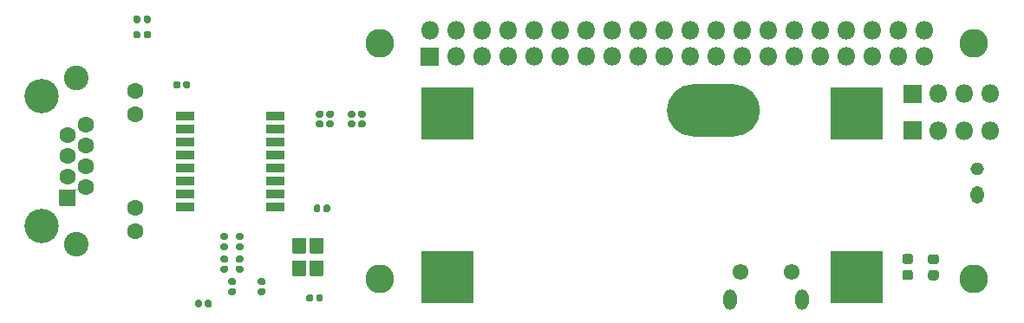
<source format=gts>
G04 #@! TF.GenerationSoftware,KiCad,Pcbnew,(5.1.10)-1*
G04 #@! TF.CreationDate,2021-09-04T12:41:49+02:00*
G04 #@! TF.ProjectId,POE_hat_and_USB,504f455f-6861-4745-9f61-6e645f555342,1.0*
G04 #@! TF.SameCoordinates,Original*
G04 #@! TF.FileFunction,Soldermask,Top*
G04 #@! TF.FilePolarity,Negative*
%FSLAX46Y46*%
G04 Gerber Fmt 4.6, Leading zero omitted, Abs format (unit mm)*
G04 Created by KiCad (PCBNEW (5.1.10)-1) date 2021-09-04 12:41:49*
%MOMM*%
%LPD*%
G01*
G04 APERTURE LIST*
%ADD10O,1.802000X1.802000*%
%ADD11C,2.802000*%
%ADD12O,1.302000X1.702000*%
%ADD13O,1.302000X1.302000*%
%ADD14C,1.602000*%
%ADD15C,3.352000*%
%ADD16C,2.402000*%
%ADD17O,1.302000X2.002000*%
%ADD18C,1.552000*%
%ADD19C,0.100000*%
G04 APERTURE END LIST*
G36*
G01*
X165100000Y-98849000D02*
X170100000Y-98849000D01*
G75*
G02*
X170151000Y-98900000I0J-51000D01*
G01*
X170151000Y-103900000D01*
G75*
G02*
X170100000Y-103951000I-51000J0D01*
G01*
X165100000Y-103951000D01*
G75*
G02*
X165049000Y-103900000I0J51000D01*
G01*
X165049000Y-98900000D01*
G75*
G02*
X165100000Y-98849000I51000J0D01*
G01*
G37*
G36*
G01*
X165100000Y-114849000D02*
X170100000Y-114849000D01*
G75*
G02*
X170151000Y-114900000I0J-51000D01*
G01*
X170151000Y-119900000D01*
G75*
G02*
X170100000Y-119951000I-51000J0D01*
G01*
X165100000Y-119951000D01*
G75*
G02*
X165049000Y-119900000I0J51000D01*
G01*
X165049000Y-114900000D01*
G75*
G02*
X165100000Y-114849000I51000J0D01*
G01*
G37*
G36*
G01*
X125100000Y-98849000D02*
X130100000Y-98849000D01*
G75*
G02*
X130151000Y-98900000I0J-51000D01*
G01*
X130151000Y-103900000D01*
G75*
G02*
X130100000Y-103951000I-51000J0D01*
G01*
X125100000Y-103951000D01*
G75*
G02*
X125049000Y-103900000I0J51000D01*
G01*
X125049000Y-98900000D01*
G75*
G02*
X125100000Y-98849000I51000J0D01*
G01*
G37*
G36*
G01*
X125100000Y-114849000D02*
X130100000Y-114849000D01*
G75*
G02*
X130151000Y-114900000I0J-51000D01*
G01*
X130151000Y-119900000D01*
G75*
G02*
X130100000Y-119951000I-51000J0D01*
G01*
X125100000Y-119951000D01*
G75*
G02*
X125049000Y-119900000I0J51000D01*
G01*
X125049000Y-114900000D01*
G75*
G02*
X125100000Y-114849000I51000J0D01*
G01*
G37*
G36*
G01*
X151600000Y-98549000D02*
X155600000Y-98549000D01*
G75*
G02*
X158151000Y-101100000I0J-2551000D01*
G01*
X158151000Y-101100000D01*
G75*
G02*
X155600000Y-103651000I-2551000J0D01*
G01*
X151600000Y-103651000D01*
G75*
G02*
X149049000Y-101100000I0J2551000D01*
G01*
X149049000Y-101100000D01*
G75*
G02*
X151600000Y-98549000I2551000J0D01*
G01*
G37*
G36*
G01*
X113745201Y-117291400D02*
X112545199Y-117291400D01*
G75*
G02*
X112494200Y-117240401I0J50999D01*
G01*
X112494200Y-115840399D01*
G75*
G02*
X112545199Y-115789400I50999J0D01*
G01*
X113745201Y-115789400D01*
G75*
G02*
X113796200Y-115840399I0J-50999D01*
G01*
X113796200Y-117240401D01*
G75*
G02*
X113745201Y-117291400I-50999J0D01*
G01*
G37*
G36*
G01*
X113745201Y-115091400D02*
X112545199Y-115091400D01*
G75*
G02*
X112494200Y-115040401I0J50999D01*
G01*
X112494200Y-113640399D01*
G75*
G02*
X112545199Y-113589400I50999J0D01*
G01*
X113745201Y-113589400D01*
G75*
G02*
X113796200Y-113640399I0J-50999D01*
G01*
X113796200Y-115040401D01*
G75*
G02*
X113745201Y-115091400I-50999J0D01*
G01*
G37*
G36*
G01*
X115445201Y-115091400D02*
X114245199Y-115091400D01*
G75*
G02*
X114194200Y-115040401I0J50999D01*
G01*
X114194200Y-113640399D01*
G75*
G02*
X114245199Y-113589400I50999J0D01*
G01*
X115445201Y-113589400D01*
G75*
G02*
X115496200Y-113640399I0J-50999D01*
G01*
X115496200Y-115040401D01*
G75*
G02*
X115445201Y-115091400I-50999J0D01*
G01*
G37*
G36*
G01*
X115445201Y-117291400D02*
X114245199Y-117291400D01*
G75*
G02*
X114194200Y-117240401I0J50999D01*
G01*
X114194200Y-115840399D01*
G75*
G02*
X114245199Y-115789400I50999J0D01*
G01*
X115445201Y-115789400D01*
G75*
G02*
X115496200Y-115840399I0J-50999D01*
G01*
X115496200Y-117240401D01*
G75*
G02*
X115445201Y-117291400I-50999J0D01*
G01*
G37*
G36*
G01*
X125052000Y-94937000D02*
X126752000Y-94937000D01*
G75*
G02*
X126803000Y-94988000I0J-51000D01*
G01*
X126803000Y-96688000D01*
G75*
G02*
X126752000Y-96739000I-51000J0D01*
G01*
X125052000Y-96739000D01*
G75*
G02*
X125001000Y-96688000I0J51000D01*
G01*
X125001000Y-94988000D01*
G75*
G02*
X125052000Y-94937000I51000J0D01*
G01*
G37*
D10*
X125902000Y-93298000D03*
X128442000Y-95838000D03*
X128442000Y-93298000D03*
X130982000Y-95838000D03*
X130982000Y-93298000D03*
X133522000Y-95838000D03*
X133522000Y-93298000D03*
X136062000Y-95838000D03*
X136062000Y-93298000D03*
X138602000Y-95838000D03*
X138602000Y-93298000D03*
X141142000Y-95838000D03*
X141142000Y-93298000D03*
X143682000Y-95838000D03*
X143682000Y-93298000D03*
X146222000Y-95838000D03*
X146222000Y-93298000D03*
X148762000Y-95838000D03*
X148762000Y-93298000D03*
X151302000Y-95838000D03*
X151302000Y-93298000D03*
X153842000Y-95838000D03*
X153842000Y-93298000D03*
X156382000Y-95838000D03*
X156382000Y-93298000D03*
X158922000Y-95838000D03*
X158922000Y-93298000D03*
X161462000Y-95838000D03*
X161462000Y-93298000D03*
X164002000Y-95838000D03*
X164002000Y-93298000D03*
X166542000Y-95838000D03*
X166542000Y-93298000D03*
X169082000Y-95838000D03*
X169082000Y-93298000D03*
X171622000Y-95838000D03*
X171622000Y-93298000D03*
X174162000Y-95838000D03*
X174162000Y-93298000D03*
G36*
G01*
X111701000Y-110133000D02*
X111701000Y-110893000D01*
G75*
G02*
X111650000Y-110944000I-51000J0D01*
G01*
X109950000Y-110944000D01*
G75*
G02*
X109899000Y-110893000I0J51000D01*
G01*
X109899000Y-110133000D01*
G75*
G02*
X109950000Y-110082000I51000J0D01*
G01*
X111650000Y-110082000D01*
G75*
G02*
X111701000Y-110133000I0J-51000D01*
G01*
G37*
G36*
G01*
X111701000Y-108863000D02*
X111701000Y-109623000D01*
G75*
G02*
X111650000Y-109674000I-51000J0D01*
G01*
X109950000Y-109674000D01*
G75*
G02*
X109899000Y-109623000I0J51000D01*
G01*
X109899000Y-108863000D01*
G75*
G02*
X109950000Y-108812000I51000J0D01*
G01*
X111650000Y-108812000D01*
G75*
G02*
X111701000Y-108863000I0J-51000D01*
G01*
G37*
G36*
G01*
X111701000Y-107593000D02*
X111701000Y-108353000D01*
G75*
G02*
X111650000Y-108404000I-51000J0D01*
G01*
X109950000Y-108404000D01*
G75*
G02*
X109899000Y-108353000I0J51000D01*
G01*
X109899000Y-107593000D01*
G75*
G02*
X109950000Y-107542000I51000J0D01*
G01*
X111650000Y-107542000D01*
G75*
G02*
X111701000Y-107593000I0J-51000D01*
G01*
G37*
G36*
G01*
X111701000Y-106323000D02*
X111701000Y-107083000D01*
G75*
G02*
X111650000Y-107134000I-51000J0D01*
G01*
X109950000Y-107134000D01*
G75*
G02*
X109899000Y-107083000I0J51000D01*
G01*
X109899000Y-106323000D01*
G75*
G02*
X109950000Y-106272000I51000J0D01*
G01*
X111650000Y-106272000D01*
G75*
G02*
X111701000Y-106323000I0J-51000D01*
G01*
G37*
G36*
G01*
X111701000Y-102513000D02*
X111701000Y-103273000D01*
G75*
G02*
X111650000Y-103324000I-51000J0D01*
G01*
X109950000Y-103324000D01*
G75*
G02*
X109899000Y-103273000I0J51000D01*
G01*
X109899000Y-102513000D01*
G75*
G02*
X109950000Y-102462000I51000J0D01*
G01*
X111650000Y-102462000D01*
G75*
G02*
X111701000Y-102513000I0J-51000D01*
G01*
G37*
G36*
G01*
X111701000Y-105053000D02*
X111701000Y-105813000D01*
G75*
G02*
X111650000Y-105864000I-51000J0D01*
G01*
X109950000Y-105864000D01*
G75*
G02*
X109899000Y-105813000I0J51000D01*
G01*
X109899000Y-105053000D01*
G75*
G02*
X109950000Y-105002000I51000J0D01*
G01*
X111650000Y-105002000D01*
G75*
G02*
X111701000Y-105053000I0J-51000D01*
G01*
G37*
G36*
G01*
X111701000Y-103783000D02*
X111701000Y-104543000D01*
G75*
G02*
X111650000Y-104594000I-51000J0D01*
G01*
X109950000Y-104594000D01*
G75*
G02*
X109899000Y-104543000I0J51000D01*
G01*
X109899000Y-103783000D01*
G75*
G02*
X109950000Y-103732000I51000J0D01*
G01*
X111650000Y-103732000D01*
G75*
G02*
X111701000Y-103783000I0J-51000D01*
G01*
G37*
G36*
G01*
X111701000Y-101243000D02*
X111701000Y-102003000D01*
G75*
G02*
X111650000Y-102054000I-51000J0D01*
G01*
X109950000Y-102054000D01*
G75*
G02*
X109899000Y-102003000I0J51000D01*
G01*
X109899000Y-101243000D01*
G75*
G02*
X109950000Y-101192000I51000J0D01*
G01*
X111650000Y-101192000D01*
G75*
G02*
X111701000Y-101243000I0J-51000D01*
G01*
G37*
G36*
G01*
X102901000Y-107593000D02*
X102901000Y-108353000D01*
G75*
G02*
X102850000Y-108404000I-51000J0D01*
G01*
X101150000Y-108404000D01*
G75*
G02*
X101099000Y-108353000I0J51000D01*
G01*
X101099000Y-107593000D01*
G75*
G02*
X101150000Y-107542000I51000J0D01*
G01*
X102850000Y-107542000D01*
G75*
G02*
X102901000Y-107593000I0J-51000D01*
G01*
G37*
G36*
G01*
X102901000Y-103783000D02*
X102901000Y-104543000D01*
G75*
G02*
X102850000Y-104594000I-51000J0D01*
G01*
X101150000Y-104594000D01*
G75*
G02*
X101099000Y-104543000I0J51000D01*
G01*
X101099000Y-103783000D01*
G75*
G02*
X101150000Y-103732000I51000J0D01*
G01*
X102850000Y-103732000D01*
G75*
G02*
X102901000Y-103783000I0J-51000D01*
G01*
G37*
G36*
G01*
X102901000Y-101243000D02*
X102901000Y-102003000D01*
G75*
G02*
X102850000Y-102054000I-51000J0D01*
G01*
X101150000Y-102054000D01*
G75*
G02*
X101099000Y-102003000I0J51000D01*
G01*
X101099000Y-101243000D01*
G75*
G02*
X101150000Y-101192000I51000J0D01*
G01*
X102850000Y-101192000D01*
G75*
G02*
X102901000Y-101243000I0J-51000D01*
G01*
G37*
G36*
G01*
X102901000Y-108863000D02*
X102901000Y-109623000D01*
G75*
G02*
X102850000Y-109674000I-51000J0D01*
G01*
X101150000Y-109674000D01*
G75*
G02*
X101099000Y-109623000I0J51000D01*
G01*
X101099000Y-108863000D01*
G75*
G02*
X101150000Y-108812000I51000J0D01*
G01*
X102850000Y-108812000D01*
G75*
G02*
X102901000Y-108863000I0J-51000D01*
G01*
G37*
G36*
G01*
X102901000Y-102513000D02*
X102901000Y-103273000D01*
G75*
G02*
X102850000Y-103324000I-51000J0D01*
G01*
X101150000Y-103324000D01*
G75*
G02*
X101099000Y-103273000I0J51000D01*
G01*
X101099000Y-102513000D01*
G75*
G02*
X101150000Y-102462000I51000J0D01*
G01*
X102850000Y-102462000D01*
G75*
G02*
X102901000Y-102513000I0J-51000D01*
G01*
G37*
G36*
G01*
X102901000Y-106323000D02*
X102901000Y-107083000D01*
G75*
G02*
X102850000Y-107134000I-51000J0D01*
G01*
X101150000Y-107134000D01*
G75*
G02*
X101099000Y-107083000I0J51000D01*
G01*
X101099000Y-106323000D01*
G75*
G02*
X101150000Y-106272000I51000J0D01*
G01*
X102850000Y-106272000D01*
G75*
G02*
X102901000Y-106323000I0J-51000D01*
G01*
G37*
G36*
G01*
X102901000Y-110133000D02*
X102901000Y-110893000D01*
G75*
G02*
X102850000Y-110944000I-51000J0D01*
G01*
X101150000Y-110944000D01*
G75*
G02*
X101099000Y-110893000I0J51000D01*
G01*
X101099000Y-110133000D01*
G75*
G02*
X101150000Y-110082000I51000J0D01*
G01*
X102850000Y-110082000D01*
G75*
G02*
X102901000Y-110133000I0J-51000D01*
G01*
G37*
G36*
G01*
X102901000Y-105053000D02*
X102901000Y-105813000D01*
G75*
G02*
X102850000Y-105864000I-51000J0D01*
G01*
X101150000Y-105864000D01*
G75*
G02*
X101099000Y-105813000I0J51000D01*
G01*
X101099000Y-105053000D01*
G75*
G02*
X101150000Y-105002000I51000J0D01*
G01*
X102850000Y-105002000D01*
G75*
G02*
X102901000Y-105053000I0J-51000D01*
G01*
G37*
D11*
X121032000Y-94568000D03*
X179032000Y-94568000D03*
X179032000Y-117568000D03*
X121032000Y-117568000D03*
D12*
X179332000Y-109368000D03*
D13*
X179332000Y-106828000D03*
G36*
G01*
X91282000Y-110429000D02*
X89782000Y-110429000D01*
G75*
G02*
X89731000Y-110378000I0J51000D01*
G01*
X89731000Y-108878000D01*
G75*
G02*
X89782000Y-108827000I51000J0D01*
G01*
X91282000Y-108827000D01*
G75*
G02*
X91333000Y-108878000I0J-51000D01*
G01*
X91333000Y-110378000D01*
G75*
G02*
X91282000Y-110429000I-51000J0D01*
G01*
G37*
D14*
X90532000Y-107596000D03*
X90532000Y-105564000D03*
X90532000Y-103532000D03*
X92312000Y-108612000D03*
X92312000Y-106580000D03*
X92312000Y-104548000D03*
X92312000Y-102516000D03*
D15*
X87992000Y-112418000D03*
X87992000Y-99718000D03*
D16*
X91422000Y-97938000D03*
X91422000Y-114198000D03*
D14*
X97132000Y-112928000D03*
X97132000Y-110638000D03*
X97132000Y-101498000D03*
X97132000Y-99208000D03*
D10*
X180652000Y-103068000D03*
X178112000Y-103068000D03*
X175572000Y-103068000D03*
G36*
G01*
X173882000Y-103969000D02*
X172182000Y-103969000D01*
G75*
G02*
X172131000Y-103918000I0J51000D01*
G01*
X172131000Y-102218000D01*
G75*
G02*
X172182000Y-102167000I51000J0D01*
G01*
X173882000Y-102167000D01*
G75*
G02*
X173933000Y-102218000I0J-51000D01*
G01*
X173933000Y-103918000D01*
G75*
G02*
X173882000Y-103969000I-51000J0D01*
G01*
G37*
G36*
G01*
X173882000Y-100369000D02*
X172182000Y-100369000D01*
G75*
G02*
X172131000Y-100318000I0J51000D01*
G01*
X172131000Y-98618000D01*
G75*
G02*
X172182000Y-98567000I51000J0D01*
G01*
X173882000Y-98567000D01*
G75*
G02*
X173933000Y-98618000I0J-51000D01*
G01*
X173933000Y-100318000D01*
G75*
G02*
X173882000Y-100369000I-51000J0D01*
G01*
G37*
X175572000Y-99468000D03*
X178112000Y-99468000D03*
X180652000Y-99468000D03*
D17*
X155220000Y-119616296D03*
X162220000Y-119616296D03*
D18*
X156220000Y-116916296D03*
X161220000Y-116916296D03*
G36*
G01*
X105636500Y-115321000D02*
X106027500Y-115321000D01*
G75*
G02*
X106193000Y-115486500I0J-165500D01*
G01*
X106193000Y-115817500D01*
G75*
G02*
X106027500Y-115983000I-165500J0D01*
G01*
X105636500Y-115983000D01*
G75*
G02*
X105471000Y-115817500I0J165500D01*
G01*
X105471000Y-115486500D01*
G75*
G02*
X105636500Y-115321000I165500J0D01*
G01*
G37*
G36*
G01*
X105636500Y-116281000D02*
X106027500Y-116281000D01*
G75*
G02*
X106193000Y-116446500I0J-165500D01*
G01*
X106193000Y-116777500D01*
G75*
G02*
X106027500Y-116943000I-165500J0D01*
G01*
X105636500Y-116943000D01*
G75*
G02*
X105471000Y-116777500I0J165500D01*
G01*
X105471000Y-116446500D01*
G75*
G02*
X105636500Y-116281000I165500J0D01*
G01*
G37*
G36*
G01*
X106404500Y-118481000D02*
X106795500Y-118481000D01*
G75*
G02*
X106961000Y-118646500I0J-165500D01*
G01*
X106961000Y-118977500D01*
G75*
G02*
X106795500Y-119143000I-165500J0D01*
G01*
X106404500Y-119143000D01*
G75*
G02*
X106239000Y-118977500I0J165500D01*
G01*
X106239000Y-118646500D01*
G75*
G02*
X106404500Y-118481000I165500J0D01*
G01*
G37*
G36*
G01*
X106404500Y-117521000D02*
X106795500Y-117521000D01*
G75*
G02*
X106961000Y-117686500I0J-165500D01*
G01*
X106961000Y-118017500D01*
G75*
G02*
X106795500Y-118183000I-165500J0D01*
G01*
X106404500Y-118183000D01*
G75*
G02*
X106239000Y-118017500I0J165500D01*
G01*
X106239000Y-117686500D01*
G75*
G02*
X106404500Y-117521000I165500J0D01*
G01*
G37*
G36*
G01*
X107136500Y-116281000D02*
X107527500Y-116281000D01*
G75*
G02*
X107693000Y-116446500I0J-165500D01*
G01*
X107693000Y-116777500D01*
G75*
G02*
X107527500Y-116943000I-165500J0D01*
G01*
X107136500Y-116943000D01*
G75*
G02*
X106971000Y-116777500I0J165500D01*
G01*
X106971000Y-116446500D01*
G75*
G02*
X107136500Y-116281000I165500J0D01*
G01*
G37*
G36*
G01*
X107136500Y-115321000D02*
X107527500Y-115321000D01*
G75*
G02*
X107693000Y-115486500I0J-165500D01*
G01*
X107693000Y-115817500D01*
G75*
G02*
X107527500Y-115983000I-165500J0D01*
G01*
X107136500Y-115983000D01*
G75*
G02*
X106971000Y-115817500I0J165500D01*
G01*
X106971000Y-115486500D01*
G75*
G02*
X107136500Y-115321000I165500J0D01*
G01*
G37*
G36*
G01*
X103949000Y-120195500D02*
X103949000Y-119804500D01*
G75*
G02*
X104114500Y-119639000I165500J0D01*
G01*
X104445500Y-119639000D01*
G75*
G02*
X104611000Y-119804500I0J-165500D01*
G01*
X104611000Y-120195500D01*
G75*
G02*
X104445500Y-120361000I-165500J0D01*
G01*
X104114500Y-120361000D01*
G75*
G02*
X103949000Y-120195500I0J165500D01*
G01*
G37*
G36*
G01*
X102989000Y-120195500D02*
X102989000Y-119804500D01*
G75*
G02*
X103154500Y-119639000I165500J0D01*
G01*
X103485500Y-119639000D01*
G75*
G02*
X103651000Y-119804500I0J-165500D01*
G01*
X103651000Y-120195500D01*
G75*
G02*
X103485500Y-120361000I-165500J0D01*
G01*
X103154500Y-120361000D01*
G75*
G02*
X102989000Y-120195500I0J165500D01*
G01*
G37*
G36*
G01*
X109278500Y-117521000D02*
X109669500Y-117521000D01*
G75*
G02*
X109835000Y-117686500I0J-165500D01*
G01*
X109835000Y-118017500D01*
G75*
G02*
X109669500Y-118183000I-165500J0D01*
G01*
X109278500Y-118183000D01*
G75*
G02*
X109113000Y-118017500I0J165500D01*
G01*
X109113000Y-117686500D01*
G75*
G02*
X109278500Y-117521000I165500J0D01*
G01*
G37*
G36*
G01*
X109278500Y-118481000D02*
X109669500Y-118481000D01*
G75*
G02*
X109835000Y-118646500I0J-165500D01*
G01*
X109835000Y-118977500D01*
G75*
G02*
X109669500Y-119143000I-165500J0D01*
G01*
X109278500Y-119143000D01*
G75*
G02*
X109113000Y-118977500I0J165500D01*
G01*
X109113000Y-118646500D01*
G75*
G02*
X109278500Y-118481000I165500J0D01*
G01*
G37*
G36*
G01*
X101825200Y-98795500D02*
X101825200Y-98404500D01*
G75*
G02*
X101990700Y-98239000I165500J0D01*
G01*
X102321700Y-98239000D01*
G75*
G02*
X102487200Y-98404500I0J-165500D01*
G01*
X102487200Y-98795500D01*
G75*
G02*
X102321700Y-98961000I-165500J0D01*
G01*
X101990700Y-98961000D01*
G75*
G02*
X101825200Y-98795500I0J165500D01*
G01*
G37*
G36*
G01*
X100865200Y-98795500D02*
X100865200Y-98404500D01*
G75*
G02*
X101030700Y-98239000I165500J0D01*
G01*
X101361700Y-98239000D01*
G75*
G02*
X101527200Y-98404500I0J-165500D01*
G01*
X101527200Y-98795500D01*
G75*
G02*
X101361700Y-98961000I-165500J0D01*
G01*
X101030700Y-98961000D01*
G75*
G02*
X100865200Y-98795500I0J165500D01*
G01*
G37*
G36*
G01*
X116351600Y-101790700D02*
X115960600Y-101790700D01*
G75*
G02*
X115795100Y-101625200I0J165500D01*
G01*
X115795100Y-101294200D01*
G75*
G02*
X115960600Y-101128700I165500J0D01*
G01*
X116351600Y-101128700D01*
G75*
G02*
X116517100Y-101294200I0J-165500D01*
G01*
X116517100Y-101625200D01*
G75*
G02*
X116351600Y-101790700I-165500J0D01*
G01*
G37*
G36*
G01*
X116351600Y-102750700D02*
X115960600Y-102750700D01*
G75*
G02*
X115795100Y-102585200I0J165500D01*
G01*
X115795100Y-102254200D01*
G75*
G02*
X115960600Y-102088700I165500J0D01*
G01*
X116351600Y-102088700D01*
G75*
G02*
X116517100Y-102254200I0J-165500D01*
G01*
X116517100Y-102585200D01*
G75*
G02*
X116351600Y-102750700I-165500J0D01*
G01*
G37*
G36*
G01*
X115351600Y-102750700D02*
X114960600Y-102750700D01*
G75*
G02*
X114795100Y-102585200I0J165500D01*
G01*
X114795100Y-102254200D01*
G75*
G02*
X114960600Y-102088700I165500J0D01*
G01*
X115351600Y-102088700D01*
G75*
G02*
X115517100Y-102254200I0J-165500D01*
G01*
X115517100Y-102585200D01*
G75*
G02*
X115351600Y-102750700I-165500J0D01*
G01*
G37*
G36*
G01*
X115351600Y-101790700D02*
X114960600Y-101790700D01*
G75*
G02*
X114795100Y-101625200I0J165500D01*
G01*
X114795100Y-101294200D01*
G75*
G02*
X114960600Y-101128700I165500J0D01*
G01*
X115351600Y-101128700D01*
G75*
G02*
X115517100Y-101294200I0J-165500D01*
G01*
X115517100Y-101625200D01*
G75*
G02*
X115351600Y-101790700I-165500J0D01*
G01*
G37*
G36*
G01*
X119465900Y-102763400D02*
X119074900Y-102763400D01*
G75*
G02*
X118909400Y-102597900I0J165500D01*
G01*
X118909400Y-102266900D01*
G75*
G02*
X119074900Y-102101400I165500J0D01*
G01*
X119465900Y-102101400D01*
G75*
G02*
X119631400Y-102266900I0J-165500D01*
G01*
X119631400Y-102597900D01*
G75*
G02*
X119465900Y-102763400I-165500J0D01*
G01*
G37*
G36*
G01*
X119465900Y-101803400D02*
X119074900Y-101803400D01*
G75*
G02*
X118909400Y-101637900I0J165500D01*
G01*
X118909400Y-101306900D01*
G75*
G02*
X119074900Y-101141400I165500J0D01*
G01*
X119465900Y-101141400D01*
G75*
G02*
X119631400Y-101306900I0J-165500D01*
G01*
X119631400Y-101637900D01*
G75*
G02*
X119465900Y-101803400I-165500J0D01*
G01*
G37*
G36*
G01*
X118465900Y-102763400D02*
X118074900Y-102763400D01*
G75*
G02*
X117909400Y-102597900I0J165500D01*
G01*
X117909400Y-102266900D01*
G75*
G02*
X118074900Y-102101400I165500J0D01*
G01*
X118465900Y-102101400D01*
G75*
G02*
X118631400Y-102266900I0J-165500D01*
G01*
X118631400Y-102597900D01*
G75*
G02*
X118465900Y-102763400I-165500J0D01*
G01*
G37*
G36*
G01*
X118465900Y-101803400D02*
X118074900Y-101803400D01*
G75*
G02*
X117909400Y-101637900I0J165500D01*
G01*
X117909400Y-101306900D01*
G75*
G02*
X118074900Y-101141400I165500J0D01*
G01*
X118465900Y-101141400D01*
G75*
G02*
X118631400Y-101306900I0J-165500D01*
G01*
X118631400Y-101637900D01*
G75*
G02*
X118465900Y-101803400I-165500J0D01*
G01*
G37*
G36*
G01*
X114506600Y-119258100D02*
X114506600Y-119649100D01*
G75*
G02*
X114341100Y-119814600I-165500J0D01*
G01*
X114010100Y-119814600D01*
G75*
G02*
X113844600Y-119649100I0J165500D01*
G01*
X113844600Y-119258100D01*
G75*
G02*
X114010100Y-119092600I165500J0D01*
G01*
X114341100Y-119092600D01*
G75*
G02*
X114506600Y-119258100I0J-165500D01*
G01*
G37*
G36*
G01*
X115466600Y-119258100D02*
X115466600Y-119649100D01*
G75*
G02*
X115301100Y-119814600I-165500J0D01*
G01*
X114970100Y-119814600D01*
G75*
G02*
X114804600Y-119649100I0J165500D01*
G01*
X114804600Y-119258100D01*
G75*
G02*
X114970100Y-119092600I165500J0D01*
G01*
X115301100Y-119092600D01*
G75*
G02*
X115466600Y-119258100I0J-165500D01*
G01*
G37*
G36*
G01*
X115515800Y-110888700D02*
X115515800Y-110497700D01*
G75*
G02*
X115681300Y-110332200I165500J0D01*
G01*
X116012300Y-110332200D01*
G75*
G02*
X116177800Y-110497700I0J-165500D01*
G01*
X116177800Y-110888700D01*
G75*
G02*
X116012300Y-111054200I-165500J0D01*
G01*
X115681300Y-111054200D01*
G75*
G02*
X115515800Y-110888700I0J165500D01*
G01*
G37*
G36*
G01*
X114555800Y-110888700D02*
X114555800Y-110497700D01*
G75*
G02*
X114721300Y-110332200I165500J0D01*
G01*
X115052300Y-110332200D01*
G75*
G02*
X115217800Y-110497700I0J-165500D01*
G01*
X115217800Y-110888700D01*
G75*
G02*
X115052300Y-111054200I-165500J0D01*
G01*
X114721300Y-111054200D01*
G75*
G02*
X114555800Y-110888700I0J165500D01*
G01*
G37*
G36*
G01*
X98631000Y-91989500D02*
X98631000Y-92410500D01*
G75*
G02*
X98470500Y-92571000I-160500J0D01*
G01*
X98149500Y-92571000D01*
G75*
G02*
X97989000Y-92410500I0J160500D01*
G01*
X97989000Y-91989500D01*
G75*
G02*
X98149500Y-91829000I160500J0D01*
G01*
X98470500Y-91829000D01*
G75*
G02*
X98631000Y-91989500I0J-160500D01*
G01*
G37*
G36*
G01*
X97611000Y-91989500D02*
X97611000Y-92410500D01*
G75*
G02*
X97450500Y-92571000I-160500J0D01*
G01*
X97129500Y-92571000D01*
G75*
G02*
X96969000Y-92410500I0J160500D01*
G01*
X96969000Y-91989500D01*
G75*
G02*
X97129500Y-91829000I160500J0D01*
G01*
X97450500Y-91829000D01*
G75*
G02*
X97611000Y-91989500I0J-160500D01*
G01*
G37*
G36*
G01*
X97611000Y-93489500D02*
X97611000Y-93910500D01*
G75*
G02*
X97450500Y-94071000I-160500J0D01*
G01*
X97129500Y-94071000D01*
G75*
G02*
X96969000Y-93910500I0J160500D01*
G01*
X96969000Y-93489500D01*
G75*
G02*
X97129500Y-93329000I160500J0D01*
G01*
X97450500Y-93329000D01*
G75*
G02*
X97611000Y-93489500I0J-160500D01*
G01*
G37*
G36*
G01*
X98631000Y-93489500D02*
X98631000Y-93910500D01*
G75*
G02*
X98470500Y-94071000I-160500J0D01*
G01*
X98149500Y-94071000D01*
G75*
G02*
X97989000Y-93910500I0J160500D01*
G01*
X97989000Y-93489500D01*
G75*
G02*
X98149500Y-93329000I160500J0D01*
G01*
X98470500Y-93329000D01*
G75*
G02*
X98631000Y-93489500I0J-160500D01*
G01*
G37*
G36*
G01*
X105621500Y-113101000D02*
X106042500Y-113101000D01*
G75*
G02*
X106203000Y-113261500I0J-160500D01*
G01*
X106203000Y-113582500D01*
G75*
G02*
X106042500Y-113743000I-160500J0D01*
G01*
X105621500Y-113743000D01*
G75*
G02*
X105461000Y-113582500I0J160500D01*
G01*
X105461000Y-113261500D01*
G75*
G02*
X105621500Y-113101000I160500J0D01*
G01*
G37*
G36*
G01*
X105621500Y-114121000D02*
X106042500Y-114121000D01*
G75*
G02*
X106203000Y-114281500I0J-160500D01*
G01*
X106203000Y-114602500D01*
G75*
G02*
X106042500Y-114763000I-160500J0D01*
G01*
X105621500Y-114763000D01*
G75*
G02*
X105461000Y-114602500I0J160500D01*
G01*
X105461000Y-114281500D01*
G75*
G02*
X105621500Y-114121000I160500J0D01*
G01*
G37*
G36*
G01*
X107121500Y-113101000D02*
X107542500Y-113101000D01*
G75*
G02*
X107703000Y-113261500I0J-160500D01*
G01*
X107703000Y-113582500D01*
G75*
G02*
X107542500Y-113743000I-160500J0D01*
G01*
X107121500Y-113743000D01*
G75*
G02*
X106961000Y-113582500I0J160500D01*
G01*
X106961000Y-113261500D01*
G75*
G02*
X107121500Y-113101000I160500J0D01*
G01*
G37*
G36*
G01*
X107121500Y-114121000D02*
X107542500Y-114121000D01*
G75*
G02*
X107703000Y-114281500I0J-160500D01*
G01*
X107703000Y-114602500D01*
G75*
G02*
X107542500Y-114763000I-160500J0D01*
G01*
X107121500Y-114763000D01*
G75*
G02*
X106961000Y-114602500I0J160500D01*
G01*
X106961000Y-114281500D01*
G75*
G02*
X107121500Y-114121000I160500J0D01*
G01*
G37*
G36*
G01*
X172842150Y-116116700D02*
X172278650Y-116116700D01*
G75*
G02*
X172034400Y-115872450I0J244250D01*
G01*
X172034400Y-115383950D01*
G75*
G02*
X172278650Y-115139700I244250J0D01*
G01*
X172842150Y-115139700D01*
G75*
G02*
X173086400Y-115383950I0J-244250D01*
G01*
X173086400Y-115872450D01*
G75*
G02*
X172842150Y-116116700I-244250J0D01*
G01*
G37*
G36*
G01*
X172842150Y-117691700D02*
X172278650Y-117691700D01*
G75*
G02*
X172034400Y-117447450I0J244250D01*
G01*
X172034400Y-116958950D01*
G75*
G02*
X172278650Y-116714700I244250J0D01*
G01*
X172842150Y-116714700D01*
G75*
G02*
X173086400Y-116958950I0J-244250D01*
G01*
X173086400Y-117447450D01*
G75*
G02*
X172842150Y-117691700I-244250J0D01*
G01*
G37*
G36*
G01*
X175366150Y-117711200D02*
X174802650Y-117711200D01*
G75*
G02*
X174558400Y-117466950I0J244250D01*
G01*
X174558400Y-116978450D01*
G75*
G02*
X174802650Y-116734200I244250J0D01*
G01*
X175366150Y-116734200D01*
G75*
G02*
X175610400Y-116978450I0J-244250D01*
G01*
X175610400Y-117466950D01*
G75*
G02*
X175366150Y-117711200I-244250J0D01*
G01*
G37*
G36*
G01*
X175366150Y-116136200D02*
X174802650Y-116136200D01*
G75*
G02*
X174558400Y-115891950I0J244250D01*
G01*
X174558400Y-115403450D01*
G75*
G02*
X174802650Y-115159200I244250J0D01*
G01*
X175366150Y-115159200D01*
G75*
G02*
X175610400Y-115403450I0J-244250D01*
G01*
X175610400Y-115891950D01*
G75*
G02*
X175366150Y-116136200I-244250J0D01*
G01*
G37*
D19*
G36*
X91517421Y-108693148D02*
G01*
X91547415Y-108843936D01*
X91572436Y-108904342D01*
X91572175Y-108906325D01*
X91570327Y-108907090D01*
X91568824Y-108906050D01*
X91560261Y-108890029D01*
X91544966Y-108871392D01*
X91526329Y-108856097D01*
X91505065Y-108844732D01*
X91481990Y-108837732D01*
X91457999Y-108835369D01*
X91434008Y-108837732D01*
X91410933Y-108844732D01*
X91389669Y-108856097D01*
X91371032Y-108871392D01*
X91355737Y-108890029D01*
X91344372Y-108911293D01*
X91337372Y-108934368D01*
X91334990Y-108958555D01*
X91333825Y-108960181D01*
X91331835Y-108959985D01*
X91331000Y-108958359D01*
X91331000Y-108827000D01*
X91332000Y-108825268D01*
X91333000Y-108825000D01*
X91390366Y-108825000D01*
X91414451Y-108822628D01*
X91437526Y-108815628D01*
X91458790Y-108804263D01*
X91477427Y-108788968D01*
X91492722Y-108770331D01*
X91504087Y-108749067D01*
X91511087Y-108725992D01*
X91513459Y-108701907D01*
X91513459Y-108693538D01*
X91514459Y-108691806D01*
X91516459Y-108691806D01*
X91517421Y-108693148D01*
G37*
M02*

</source>
